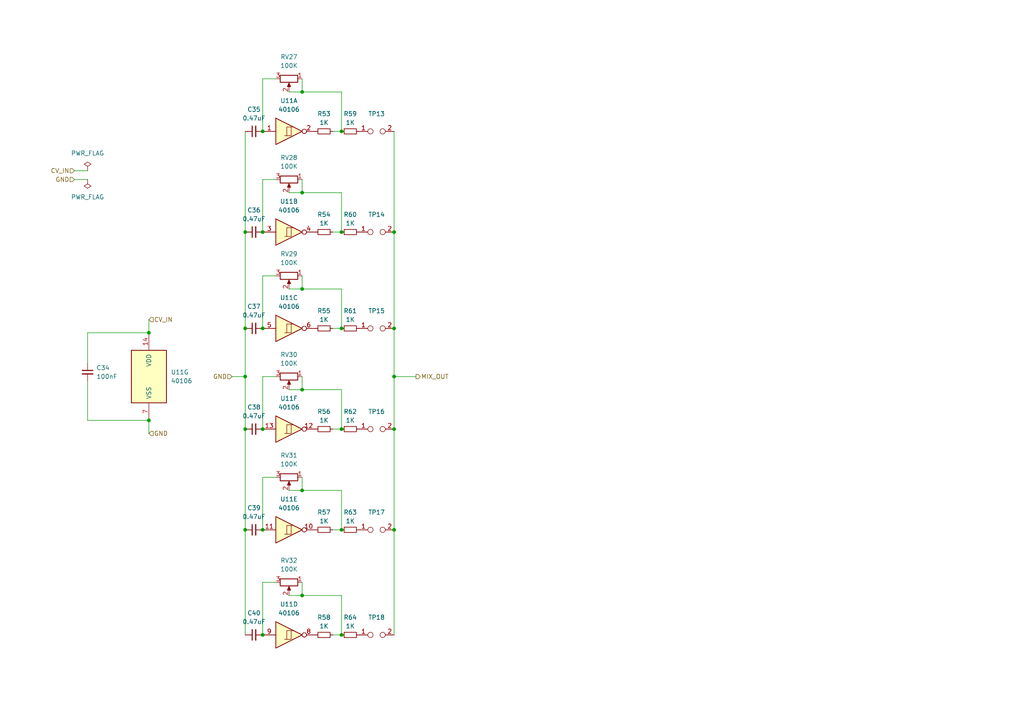
<source format=kicad_sch>
(kicad_sch (version 20231120) (generator "eeschema") (generator_version "8.0")
  (paper "A4")
  (lib_symbols
    (symbol "4xxx:40106" (pin_names (offset 1.016))
      (property "Reference" "U" (at 0 1.27 0))
      (property "Value" "40106" (at 0 -1.27 0))
      (symbol "40106_1_0"
        (polyline (pts (xy -0.635 -1.27) (xy -0.635 1.27) (xy 0.635 1.27)))
        (polyline (pts (xy -3.81 3.81) (xy -3.81 -3.81) (xy 3.81 0) (xy -3.81 3.81)) (stroke (width 0.254)) (fill (type background)))
        (polyline (pts (xy -1.27 -1.27) (xy 0.635 -1.27) (xy 0.635 1.27) (xy 1.27 1.27)))
        (pin input line (at -7.62 0 0) (length 3.81) (name "~") (number "1"))
        (pin output inverted (at 7.62 0 180) (length 3.81) (name "~") (number "2"))
      )
      (symbol "40106_2_0"
        (polyline (pts (xy -0.635 -1.27) (xy -0.635 1.27) (xy 0.635 1.27)))
        (polyline (pts (xy -3.81 3.81) (xy -3.81 -3.81) (xy 3.81 0) (xy -3.81 3.81)) (stroke (width 0.254)) (fill (type background)))
        (polyline (pts (xy -1.27 -1.27) (xy 0.635 -1.27) (xy 0.635 1.27) (xy 1.27 1.27)))
        (pin input line (at -7.62 0 0) (length 3.81) (name "~") (number "3"))
        (pin output inverted (at 7.62 0 180) (length 3.81) (name "~") (number "4"))
      )
      (symbol "40106_3_0"
        (polyline (pts (xy -0.635 -1.27) (xy -0.635 1.27) (xy 0.635 1.27)))
        (polyline (pts (xy -3.81 3.81) (xy -3.81 -3.81) (xy 3.81 0) (xy -3.81 3.81)) (stroke (width 0.254)) (fill (type background)))
        (polyline (pts (xy -1.27 -1.27) (xy 0.635 -1.27) (xy 0.635 1.27) (xy 1.27 1.27)))
        (pin input line (at -7.62 0 0) (length 3.81) (name "~") (number "5"))
        (pin output inverted (at 7.62 0 180) (length 3.81) (name "~") (number "6"))
      )
      (symbol "40106_4_0"
        (polyline (pts (xy -0.635 -1.27) (xy -0.635 1.27) (xy 0.635 1.27)))
        (polyline (pts (xy -3.81 3.81) (xy -3.81 -3.81) (xy 3.81 0) (xy -3.81 3.81)) (stroke (width 0.254)) (fill (type background)))
        (polyline (pts (xy -1.27 -1.27) (xy 0.635 -1.27) (xy 0.635 1.27) (xy 1.27 1.27)))
        (pin output inverted (at 7.62 0 180) (length 3.81) (name "~") (number "8"))
        (pin input line (at -7.62 0 0) (length 3.81) (name "~") (number "9"))
      )
      (symbol "40106_5_0"
        (polyline (pts (xy -0.635 -1.27) (xy -0.635 1.27) (xy 0.635 1.27)))
        (polyline (pts (xy -3.81 3.81) (xy -3.81 -3.81) (xy 3.81 0) (xy -3.81 3.81)) (stroke (width 0.254)) (fill (type background)))
        (polyline (pts (xy -1.27 -1.27) (xy 0.635 -1.27) (xy 0.635 1.27) (xy 1.27 1.27)))
        (pin output inverted (at 7.62 0 180) (length 3.81) (name "~") (number "10"))
        (pin input line (at -7.62 0 0) (length 3.81) (name "~") (number "11"))
      )
      (symbol "40106_6_0"
        (polyline (pts (xy -0.635 -1.27) (xy -0.635 1.27) (xy 0.635 1.27)))
        (polyline (pts (xy -3.81 3.81) (xy -3.81 -3.81) (xy 3.81 0) (xy -3.81 3.81)) (stroke (width 0.254)) (fill (type background)))
        (polyline (pts (xy -1.27 -1.27) (xy 0.635 -1.27) (xy 0.635 1.27) (xy 1.27 1.27)))
        (pin output inverted (at 7.62 0 180) (length 3.81) (name "~") (number "12"))
        (pin input line (at -7.62 0 0) (length 3.81) (name "~") (number "13"))
      )
      (symbol "40106_7_0"
        (pin power_in line (at 0 12.7 270) (length 5.08) (name "VDD") (number "14"))
        (pin power_in line (at 0 -12.7 90) (length 5.08) (name "VSS") (number "7"))
      )
      (symbol "40106_7_1"
        (rectangle (start -5.08 7.62) (end 5.08 -7.62) (stroke (width 0.254)) (fill (type background)))
      )
    )
    (symbol "Connector:TestPoint_2Pole" (pin_names (offset 0.762) hide)
      (property "Reference" "TP" (at 0 1.524 0))
      (property "Value" "TestPoint_2Pole" (at 0 -1.778 0))
      (symbol "TestPoint_2Pole_0_1"
        (circle (center -1.778 0) (radius 0.762))
        (circle (center 1.778 0) (radius 0.762))
        (pin passive line (at -5.08 0 0) (length 2.54) (name "1") (number "1"))
        (pin passive line (at 5.08 0 180) (length 2.54) (name "2") (number "2"))
      )
    )
    (symbol "Device:C_Small" (pin_numbers hide) (pin_names (offset 0.254) hide)
      (property "Reference" "C" (at 0.254 1.778 0))
      (property "Value" "C_Small" (at 0.254 -2.032 0))
      (symbol "C_Small_0_1"
        (polyline (pts (xy -1.524 -0.508) (xy 1.524 -0.508)) (stroke (width 0.3302)))
        (polyline (pts (xy -1.524 0.508) (xy 1.524 0.508)) (stroke (width 0.3048)))
      )
      (symbol "C_Small_1_1"
        (pin passive line (at 0 2.54 270) (length 2.032) (name "~") (number "1"))
        (pin passive line (at 0 -2.54 90) (length 2.032) (name "~") (number "2"))
      )
    )
    (symbol "Device:R_Potentiometer" (pin_names (offset 1.016) hide)
      (property "Reference" "RV" (at -4.445 0 90))
      (property "Value" "R_Potentiometer" (at -2.54 0 90))
      (symbol "R_Potentiometer_0_1"
        (polyline (pts (xy 2.54 0) (xy 1.524 0)))
        (polyline (pts (xy 1.143 0) (xy 2.286 0.508) (xy 2.286 -0.508) (xy 1.143 0)) (fill (type outline)))
        (rectangle (start 1.016 2.54) (end -1.016 -2.54) (stroke (width 0.254)))
      )
      (symbol "R_Potentiometer_1_1"
        (pin passive line (at 0 3.81 270) (length 1.27) (name "1") (number "1"))
        (pin passive line (at 3.81 0 180) (length 1.27) (name "2") (number "2"))
        (pin passive line (at 0 -3.81 90) (length 1.27) (name "3") (number "3"))
      )
    )
    (symbol "Device:R_Small" (pin_numbers hide) (pin_names (offset 0.254) hide)
      (property "Reference" "R" (at 0.762 0.508 0))
      (property "Value" "R_Small" (at 0.762 -1.016 0))
      (symbol "R_Small_0_1"
        (rectangle (start -0.762 1.778) (end 0.762 -1.778) (stroke (width 0.2032)))
      )
      (symbol "R_Small_1_1"
        (pin passive line (at 0 2.54 270) (length 0.762) (name "~") (number "1"))
        (pin passive line (at 0 -2.54 90) (length 0.762) (name "~") (number "2"))
      )
    )
    (symbol "power:PWR_FLAG" (power) (pin_numbers hide) (pin_names (offset 0) hide)
      (property "Value" "PWR_FLAG" (at 0 3.81 0))
      (symbol "PWR_FLAG_0_0"
        (pin power_out line (at 0 0 90) (length 0) (name "~") (number "1"))
      )
      (symbol "PWR_FLAG_0_1"
        (polyline (pts (xy 0 0) (xy 0 1.27) (xy -1.016 1.905) (xy 0 2.54) (xy 1.016 1.905) (xy 0 1.27)))
      )
    )
  )
  (junction (at 99.06 67.31))
  (junction (at 87.63 55.88))
  (junction (at 76.2 153.67))
  (junction (at 43.18 121.92))
  (junction (at 87.63 26.67))
  (junction (at 114.3 67.31))
  (junction (at 114.3 153.67))
  (junction (at 71.12 124.46))
  (junction (at 76.2 95.25))
  (junction (at 76.2 38.1))
  (junction (at 114.3 109.22))
  (junction (at 71.12 153.67))
  (junction (at 76.2 67.31))
  (junction (at 99.06 38.1))
  (junction (at 76.2 124.46))
  (junction (at 71.12 67.31))
  (junction (at 87.63 83.82))
  (junction (at 71.12 95.25))
  (junction (at 114.3 95.25))
  (junction (at 99.06 124.46))
  (junction (at 87.63 172.72))
  (junction (at 114.3 124.46))
  (junction (at 76.2 184.15))
  (junction (at 99.06 95.25))
  (junction (at 87.63 113.03))
  (junction (at 99.06 184.15))
  (junction (at 71.12 109.22))
  (junction (at 43.18 96.52))
  (junction (at 87.63 142.24))
  (junction (at 99.06 153.67))
  (wire (pts (xy 87.63 26.67) (xy 99.06 26.67)))
  (wire (pts (xy 80.01 80.01) (xy 76.2 80.01)))
  (wire (pts (xy 71.12 67.31) (xy 71.12 95.25)))
  (wire (pts (xy 80.01 168.91) (xy 76.2 168.91)))
  (wire (pts (xy 80.01 22.86) (xy 76.2 22.86)))
  (wire (pts (xy 96.52 95.25) (xy 99.06 95.25)))
  (wire (pts (xy 87.63 55.88) (xy 99.06 55.88)))
  (wire (pts (xy 96.52 38.1) (xy 99.06 38.1)))
  (wire (pts (xy 25.4 121.92) (xy 43.18 121.92)))
  (wire (pts (xy 96.52 124.46) (xy 99.06 124.46)))
  (wire (pts (xy 87.63 138.43) (xy 87.63 142.24)))
  (wire (pts (xy 71.12 38.1) (xy 71.12 67.31)))
  (wire (pts (xy 96.52 153.67) (xy 99.06 153.67)))
  (wire (pts (xy 99.06 55.88) (xy 99.06 67.31)))
  (wire (pts (xy 87.63 142.24) (xy 99.06 142.24)))
  (wire (pts (xy 71.12 153.67) (xy 71.12 184.15)))
  (wire (pts (xy 76.2 168.91) (xy 76.2 184.15)))
  (wire (pts (xy 80.01 109.22) (xy 76.2 109.22)))
  (wire (pts (xy 43.18 96.52) (xy 25.4 96.52)))
  (wire (pts (xy 114.3 67.31) (xy 114.3 95.25)))
  (wire (pts (xy 83.82 55.88) (xy 87.63 55.88)))
  (wire (pts (xy 87.63 172.72) (xy 99.06 172.72)))
  (wire (pts (xy 114.3 124.46) (xy 114.3 153.67)))
  (wire (pts (xy 43.18 92.71) (xy 43.18 96.52)))
  (wire (pts (xy 76.2 22.86) (xy 76.2 38.1)))
  (wire (pts (xy 99.06 83.82) (xy 99.06 95.25)))
  (wire (pts (xy 67.31 109.22) (xy 71.12 109.22)))
  (wire (pts (xy 114.3 95.25) (xy 114.3 109.22)))
  (wire (pts (xy 80.01 138.43) (xy 76.2 138.43)))
  (wire (pts (xy 25.4 96.52) (xy 25.4 105.41)))
  (wire (pts (xy 87.63 109.22) (xy 87.63 113.03)))
  (wire (pts (xy 99.06 113.03) (xy 99.06 124.46)))
  (wire (pts (xy 99.06 38.1) (xy 99.06 26.67)))
  (wire (pts (xy 96.52 67.31) (xy 99.06 67.31)))
  (wire (pts (xy 43.18 121.92) (xy 43.18 125.73)))
  (wire (pts (xy 96.52 184.15) (xy 99.06 184.15)))
  (wire (pts (xy 83.82 83.82) (xy 87.63 83.82)))
  (wire (pts (xy 71.12 109.22) (xy 71.12 124.46)))
  (wire (pts (xy 76.2 52.07) (xy 76.2 67.31)))
  (wire (pts (xy 87.63 168.91) (xy 87.63 172.72)))
  (wire (pts (xy 83.82 142.24) (xy 87.63 142.24)))
  (wire (pts (xy 99.06 142.24) (xy 99.06 153.67)))
  (wire (pts (xy 87.63 80.01) (xy 87.63 83.82)))
  (wire (pts (xy 76.2 109.22) (xy 76.2 124.46)))
  (wire (pts (xy 83.82 113.03) (xy 87.63 113.03)))
  (wire (pts (xy 25.4 110.49) (xy 25.4 121.92)))
  (wire (pts (xy 87.63 113.03) (xy 99.06 113.03)))
  (wire (pts (xy 114.3 109.22) (xy 114.3 124.46)))
  (wire (pts (xy 76.2 138.43) (xy 76.2 153.67)))
  (wire (pts (xy 114.3 153.67) (xy 114.3 184.15)))
  (wire (pts (xy 71.12 95.25) (xy 71.12 109.22)))
  (wire (pts (xy 83.82 26.67) (xy 87.63 26.67)))
  (wire (pts (xy 76.2 80.01) (xy 76.2 95.25)))
  (wire (pts (xy 87.63 22.86) (xy 87.63 26.67)))
  (wire (pts (xy 80.01 52.07) (xy 76.2 52.07)))
  (wire (pts (xy 99.06 172.72) (xy 99.06 184.15)))
  (wire (pts (xy 83.82 172.72) (xy 87.63 172.72)))
  (wire (pts (xy 21.59 52.07) (xy 25.4 52.07)))
  (wire (pts (xy 114.3 38.1) (xy 114.3 67.31)))
  (wire (pts (xy 87.63 52.07) (xy 87.63 55.88)))
  (wire (pts (xy 114.3 109.22) (xy 120.65 109.22)))
  (wire (pts (xy 21.59 49.53) (xy 25.4 49.53)))
  (wire (pts (xy 87.63 83.82) (xy 99.06 83.82)))
  (wire (pts (xy 71.12 124.46) (xy 71.12 153.67)))
  (hierarchical_label "CV_IN" (shape input) (at 21.59 49.53 180))
  (hierarchical_label "GND" (shape input) (at 21.59 52.07 180))
  (hierarchical_label "GND" (shape input) (at 43.18 125.73 0))
  (hierarchical_label "MIX_OUT" (shape output) (at 120.65 109.22 0))
  (hierarchical_label "GND" (shape input) (at 67.31 109.22 180))
  (hierarchical_label "CV_IN" (shape input) (at 43.18 92.71 0))
  (symbol (lib_id "Connector:TestPoint_2Pole") (at 109.22 95.25 0) (unit 1)
    (property "Reference" "TP15" (at 109.22 90.17 0))
    (property "Value" "key1" (effects (hide yes)))
    (property "Footprint" "TouchPad_Surface:TouchPad_2Pole_Square_15x15mm" (effects (hide yes)))
    (property "Description" "2-polar test point" (effects (hide yes)))
    (instances (project "miniorgan" (path "" (reference "TP15") (unit 1)) (path "" (reference "TP3") (unit 1)) (path "" (reference "TP21") (unit 1)) (path "" (reference "TP9") (unit 1))))
  )
  (symbol (lib_id "Device:R_Small") (at 101.6 184.15 90) (unit 1)
    (property "Reference" "R64" (at 101.6 179.07 90))
    (property "Value" "1K" (at 101.6 181.61 90))
    (property "Footprint" "Resistor_SMD:R_0603_1608Metric" (effects (hide yes)))
    (property "Description" "Resistor, small symbol" (effects (hide yes)))
    (instances (project "miniorgan" (path "" (reference "R64") (unit 1)) (path "" (reference "R12") (unit 1)) (path "" (reference "R76") (unit 1)) (path "" (reference "R52") (unit 1))))
  )
  (symbol (lib_id "4xxx:40106") (at 83.82 153.67 0) (unit 5)
    (property "Reference" "U11" (at 83.82 144.78 0))
    (property "Value" "40106" (at 83.82 147.32 0))
    (property "Footprint" "easyeda2kicad:SOIC-14_L8.7-W3.9-P1.27-LS6.0-BL" (effects (hide yes)))
    (property "Datasheet" "https://assets.nexperia.com/documents/data-sheet/HEF40106B.pdf" (effects (hide yes)))
    (property "Description" "Hex Schmitt trigger inverter" (effects (hide yes)))
    (instances (project "miniorgan" (path "" (reference "U11") (unit 5)) (path "" (reference "U1") (unit 5)) (path "" (reference "U12") (unit 5)) (path "" (reference "U3") (unit 5))))
  )
  (symbol (lib_id "Device:C_Small") (at 73.66 184.15 90) (unit 1)
    (property "Reference" "C40" (at 73.6663 177.8 90))
    (property "Value" "0.47uF" (at 73.6663 180.34 90))
    (property "Footprint" "Capacitor_SMD:C_0805_2012Metric" (effects (hide yes)))
    (property "Description" "Unpolarized capacitor, small symbol" (effects (hide yes)))
    (instances (project "miniorgan" (path "" (reference "C40") (unit 1)) (path "" (reference "C26") (unit 1)) (path "" (reference "C48") (unit 1)) (path "" (reference "C33") (unit 1))))
  )
  (symbol (lib_id "Connector:TestPoint_2Pole") (at 109.22 153.67 0) (unit 1)
    (property "Reference" "TP17" (at 109.22 148.59 0))
    (property "Value" "key1" (effects (hide yes)))
    (property "Footprint" "TouchPad_Surface:TouchPad_2Pole_Square_15x15mm" (effects (hide yes)))
    (property "Description" "2-polar test point" (effects (hide yes)))
    (instances (project "miniorgan" (path "" (reference "TP17") (unit 1)) (path "" (reference "TP5") (unit 1)) (path "" (reference "TP23") (unit 1)) (path "" (reference "TP11") (unit 1))))
  )
  (symbol (lib_id "Device:R_Small") (at 93.98 38.1 90) (unit 1)
    (property "Reference" "R53" (at 93.98 33.02 90))
    (property "Value" "1K" (at 93.98 35.56 90))
    (property "Footprint" "Resistor_SMD:R_0603_1608Metric" (effects (hide yes)))
    (property "Description" "Resistor, small symbol" (effects (hide yes)))
    (instances (project "miniorgan" (path "" (reference "R53") (unit 1)) (path "" (reference "R1") (unit 1)) (path "" (reference "R65") (unit 1)) (path "" (reference "R41") (unit 1))))
  )
  (symbol (lib_id "Device:R_Potentiometer") (at 83.82 109.22 270) (unit 1)
    (property "Reference" "RV30" (at 83.82 102.87 90))
    (property "Value" "100K" (at 83.82 105.41 90))
    (property "Footprint" "Potentiometer_THT:Potentiometer_Bourns_3296W_Vertical" (effects (hide yes)))
    (property "Description" "Potentiometer" (effects (hide yes)))
    (property "JLC" " C118963" (effects (hide yes)))
    (instances (project "miniorgan" (path "" (reference "RV30") (unit 1)) (path "" (reference "RV4") (unit 1)) (path "" (reference "RV36") (unit 1)) (path "" (reference "RV24") (unit 1))))
  )
  (symbol (lib_id "power:PWR_FLAG") (at 25.4 52.07 180) (unit 1)
    (property "Reference" "#FLG011" (effects (hide yes)))
    (property "Value" "PWR_FLAG" (at 25.4 57.15 0))
    (property "Description" "Special symbol for telling ERC where power comes from" (effects (hide yes)))
    (instances (project "miniorgan" (path "" (reference "#FLG011") (unit 1)) (path "" (reference "#FLG07") (unit 1)) (path "" (reference "#FLG013") (unit 1)) (path "" (reference "#FLG09") (unit 1))))
  )
  (symbol (lib_id "Device:C_Small") (at 73.66 38.1 90) (unit 1)
    (property "Reference" "C35" (at 73.6663 31.75 90))
    (property "Value" "0.47uF" (at 73.6663 34.29 90))
    (property "Footprint" "Capacitor_SMD:C_0805_2012Metric" (effects (hide yes)))
    (property "Description" "Unpolarized capacitor, small symbol" (effects (hide yes)))
    (instances (project "miniorgan" (path "" (reference "C35") (unit 1)) (path "" (reference "C2") (unit 1)) (path "" (reference "C42") (unit 1)) (path "" (reference "C28") (unit 1))))
  )
  (symbol (lib_id "Device:R_Small") (at 93.98 95.25 90) (unit 1)
    (property "Reference" "R55" (at 93.98 90.17 90))
    (property "Value" "1K" (at 93.98 92.71 90))
    (property "Footprint" "Resistor_SMD:R_0603_1608Metric" (effects (hide yes)))
    (property "Description" "Resistor, small symbol" (effects (hide yes)))
    (instances (project "miniorgan" (path "" (reference "R55") (unit 1)) (path "" (reference "R3") (unit 1)) (path "" (reference "R67") (unit 1)) (path "" (reference "R43") (unit 1))))
  )
  (symbol (lib_id "Connector:TestPoint_2Pole") (at 109.22 124.46 0) (unit 1)
    (property "Reference" "TP16" (at 109.22 119.38 0))
    (property "Value" "key1" (effects (hide yes)))
    (property "Footprint" "TouchPad_Surface:TouchPad_2Pole_Square_15x15mm" (effects (hide yes)))
    (property "Description" "2-polar test point" (effects (hide yes)))
    (instances (project "miniorgan" (path "" (reference "TP16") (unit 1)) (path "" (reference "TP4") (unit 1)) (path "" (reference "TP22") (unit 1)) (path "" (reference "TP10") (unit 1))))
  )
  (symbol (lib_id "4xxx:40106") (at 83.82 184.15 0) (unit 4)
    (property "Reference" "U11" (at 83.82 175.26 0))
    (property "Value" "40106" (at 83.82 177.8 0))
    (property "Footprint" "easyeda2kicad:SOIC-14_L8.7-W3.9-P1.27-LS6.0-BL" (effects (hide yes)))
    (property "Datasheet" "https://assets.nexperia.com/documents/data-sheet/HEF40106B.pdf" (effects (hide yes)))
    (property "Description" "Hex Schmitt trigger inverter" (effects (hide yes)))
    (instances (project "miniorgan" (path "" (reference "U11") (unit 4)) (path "" (reference "U1") (unit 4)) (path "" (reference "U12") (unit 4)) (path "" (reference "U3") (unit 4))))
  )
  (symbol (lib_id "4xxx:40106") (at 43.18 109.22 0) (unit 7)
    (property "Reference" "U11" (at 49.53 107.9499 0) (effects (justify left)))
    (property "Value" "40106" (at 49.53 110.4899 0) (effects (justify left)))
    (property "Footprint" "easyeda2kicad:SOIC-14_L8.7-W3.9-P1.27-LS6.0-BL" (effects (hide yes)))
    (property "Datasheet" "https://assets.nexperia.com/documents/data-sheet/HEF40106B.pdf" (effects (hide yes)))
    (property "Description" "Hex Schmitt trigger inverter" (effects (hide yes)))
    (instances (project "miniorgan" (path "" (reference "U11") (unit 7)) (path "" (reference "U1") (unit 7)) (path "" (reference "U12") (unit 7)) (path "" (reference "U3") (unit 7))))
  )
  (symbol (lib_id "Device:R_Potentiometer") (at 83.82 138.43 270) (unit 1)
    (property "Reference" "RV31" (at 83.82 132.08 90))
    (property "Value" "100K" (at 83.82 134.62 90))
    (property "Footprint" "Potentiometer_THT:Potentiometer_Bourns_3296W_Vertical" (effects (hide yes)))
    (property "Description" "Potentiometer" (effects (hide yes)))
    (property "JLC" " C118963" (effects (hide yes)))
    (instances (project "miniorgan" (path "" (reference "RV31") (unit 1)) (path "" (reference "RV5") (unit 1)) (path "" (reference "RV37") (unit 1)) (path "" (reference "RV25") (unit 1))))
  )
  (symbol (lib_id "4xxx:40106") (at 83.82 38.1 0) (unit 1)
    (property "Reference" "U11" (at 83.82 29.21 0))
    (property "Value" "40106" (at 83.82 31.75 0))
    (property "Footprint" "easyeda2kicad:SOIC-14_L8.7-W3.9-P1.27-LS6.0-BL" (effects (hide yes)))
    (property "Datasheet" "https://assets.nexperia.com/documents/data-sheet/HEF40106B.pdf" (effects (hide yes)))
    (property "Description" "Hex Schmitt trigger inverter" (effects (hide yes)))
    (instances (project "miniorgan" (path "" (reference "U11") (unit 1)) (path "" (reference "U1") (unit 1)) (path "" (reference "U12") (unit 1)) (path "" (reference "U3") (unit 1))))
  )
  (symbol (lib_id "Device:R_Potentiometer") (at 83.82 168.91 270) (unit 1)
    (property "Reference" "RV32" (at 83.82 162.56 90))
    (property "Value" "100K" (at 83.82 165.1 90))
    (property "Footprint" "Potentiometer_THT:Potentiometer_Bourns_3296W_Vertical" (effects (hide yes)))
    (property "Description" "Potentiometer" (effects (hide yes)))
    (property "JLC" " C118963" (effects (hide yes)))
    (instances (project "miniorgan" (path "" (reference "RV32") (unit 1)) (path "" (reference "RV6") (unit 1)) (path "" (reference "RV38") (unit 1)) (path "" (reference "RV26") (unit 1))))
  )
  (symbol (lib_id "Device:C_Small") (at 25.4 107.95 0) (unit 1)
    (property "Reference" "C34" (at 27.94 106.6862 0) (effects (justify left)))
    (property "Value" "100nF" (at 27.94 109.2262 0) (effects (justify left)))
    (property "Footprint" "Capacitor_SMD:C_0805_2012Metric" (effects (hide yes)))
    (property "Description" "Unpolarized capacitor, small symbol" (effects (hide yes)))
    (instances (project "miniorgan" (path "" (reference "C34") (unit 1)) (path "" (reference "C1") (unit 1)) (path "" (reference "C41") (unit 1)) (path "" (reference "C27") (unit 1))))
  )
  (symbol (lib_id "Device:R_Small") (at 93.98 153.67 90) (unit 1)
    (property "Reference" "R57" (at 93.98 148.59 90))
    (property "Value" "1K" (at 93.98 151.13 90))
    (property "Footprint" "Resistor_SMD:R_0603_1608Metric" (effects (hide yes)))
    (property "Description" "Resistor, small symbol" (effects (hide yes)))
    (instances (project "miniorgan" (path "" (reference "R57") (unit 1)) (path "" (reference "R5") (unit 1)) (path "" (reference "R69") (unit 1)) (path "" (reference "R45") (unit 1))))
  )
  (symbol (lib_id "Device:R_Potentiometer") (at 83.82 22.86 270) (unit 1)
    (property "Reference" "RV27" (at 83.82 16.51 90))
    (property "Value" "100K" (at 83.82 19.05 90))
    (property "Footprint" "Potentiometer_THT:Potentiometer_Bourns_3296W_Vertical" (effects (hide yes)))
    (property "Description" "Potentiometer" (effects (hide yes)))
    (property "JLC" " C118963" (effects (hide yes)))
    (instances (project "miniorgan" (path "" (reference "RV27") (unit 1)) (path "" (reference "RV1") (unit 1)) (path "" (reference "RV33") (unit 1)) (path "" (reference "RV21") (unit 1))))
  )
  (symbol (lib_id "power:PWR_FLAG") (at 25.4 49.53 0) (unit 1)
    (property "Reference" "#FLG010" (effects (hide yes)))
    (property "Value" "PWR_FLAG" (at 25.4 44.45 0))
    (property "Description" "Special symbol for telling ERC where power comes from" (effects (hide yes)))
    (instances (project "miniorgan" (path "" (reference "#FLG010") (unit 1)) (path "" (reference "#FLG06") (unit 1)) (path "" (reference "#FLG012") (unit 1)) (path "" (reference "#FLG08") (unit 1))))
  )
  (symbol (lib_id "4xxx:40106") (at 83.82 95.25 0) (unit 3)
    (property "Reference" "U11" (at 83.82 86.36 0))
    (property "Value" "40106" (at 83.82 88.9 0))
    (property "Footprint" "easyeda2kicad:SOIC-14_L8.7-W3.9-P1.27-LS6.0-BL" (effects (hide yes)))
    (property "Datasheet" "https://assets.nexperia.com/documents/data-sheet/HEF40106B.pdf" (effects (hide yes)))
    (property "Description" "Hex Schmitt trigger inverter" (effects (hide yes)))
    (instances (project "miniorgan" (path "" (reference "U11") (unit 3)) (path "" (reference "U1") (unit 3)) (path "" (reference "U12") (unit 3)) (path "" (reference "U3") (unit 3))))
  )
  (symbol (lib_id "Device:R_Small") (at 93.98 67.31 90) (unit 1)
    (property "Reference" "R54" (at 93.98 62.23 90))
    (property "Value" "1K" (at 93.98 64.77 90))
    (property "Footprint" "Resistor_SMD:R_0603_1608Metric" (effects (hide yes)))
    (property "Description" "Resistor, small symbol" (effects (hide yes)))
    (instances (project "miniorgan" (path "" (reference "R54") (unit 1)) (path "" (reference "R2") (unit 1)) (path "" (reference "R66") (unit 1)) (path "" (reference "R42") (unit 1))))
  )
  (symbol (lib_id "Device:R_Small") (at 93.98 124.46 90) (unit 1)
    (property "Reference" "R56" (at 93.98 119.38 90))
    (property "Value" "1K" (at 93.98 121.92 90))
    (property "Footprint" "Resistor_SMD:R_0603_1608Metric" (effects (hide yes)))
    (property "Description" "Resistor, small symbol" (effects (hide yes)))
    (instances (project "miniorgan" (path "" (reference "R56") (unit 1)) (path "" (reference "R4") (unit 1)) (path "" (reference "R68") (unit 1)) (path "" (reference "R44") (unit 1))))
  )
  (symbol (lib_id "Device:R_Small") (at 101.6 38.1 90) (unit 1)
    (property "Reference" "R59" (at 101.6 33.02 90))
    (property "Value" "1K" (at 101.6 35.56 90))
    (property "Footprint" "Resistor_SMD:R_0603_1608Metric" (effects (hide yes)))
    (property "Description" "Resistor, small symbol" (effects (hide yes)))
    (instances (project "miniorgan" (path "" (reference "R59") (unit 1)) (path "" (reference "R7") (unit 1)) (path "" (reference "R71") (unit 1)) (path "" (reference "R47") (unit 1))))
  )
  (symbol (lib_id "4xxx:40106") (at 83.82 67.31 0) (unit 2)
    (property "Reference" "U11" (at 83.82 58.42 0))
    (property "Value" "40106" (at 83.82 60.96 0))
    (property "Footprint" "easyeda2kicad:SOIC-14_L8.7-W3.9-P1.27-LS6.0-BL" (effects (hide yes)))
    (property "Datasheet" "https://assets.nexperia.com/documents/data-sheet/HEF40106B.pdf" (effects (hide yes)))
    (property "Description" "Hex Schmitt trigger inverter" (effects (hide yes)))
    (instances (project "miniorgan" (path "" (reference "U11") (unit 2)) (path "" (reference "U1") (unit 2)) (path "" (reference "U12") (unit 2)) (path "" (reference "U3") (unit 2))))
  )
  (symbol (lib_id "Device:C_Small") (at 73.66 124.46 90) (unit 1)
    (property "Reference" "C38" (at 73.6663 118.11 90))
    (property "Value" "0.47uF" (at 73.6663 120.65 90))
    (property "Footprint" "Capacitor_SMD:C_0805_2012Metric" (effects (hide yes)))
    (property "Description" "Unpolarized capacitor, small symbol" (effects (hide yes)))
    (instances (project "miniorgan" (path "" (reference "C38") (unit 1)) (path "" (reference "C5") (unit 1)) (path "" (reference "C46") (unit 1)) (path "" (reference "C31") (unit 1))))
  )
  (symbol (lib_id "Device:R_Small") (at 101.6 153.67 90) (unit 1)
    (property "Reference" "R63" (at 101.6 148.59 90))
    (property "Value" "1K" (at 101.6 151.13 90))
    (property "Footprint" "Resistor_SMD:R_0603_1608Metric" (effects (hide yes)))
    (property "Description" "Resistor, small symbol" (effects (hide yes)))
    (instances (project "miniorgan" (path "" (reference "R63") (unit 1)) (path "" (reference "R11") (unit 1)) (path "" (reference "R75") (unit 1)) (path "" (reference "R51") (unit 1))))
  )
  (symbol (lib_id "Connector:TestPoint_2Pole") (at 109.22 38.1 0) (unit 1)
    (property "Reference" "TP13" (at 109.22 33.02 0))
    (property "Value" "key1" (effects (hide yes)))
    (property "Footprint" "TouchPad_Surface:TouchPad_2Pole_Square_15x15mm" (effects (hide yes)))
    (property "Description" "2-polar test point" (effects (hide yes)))
    (instances (project "miniorgan" (path "" (reference "TP13") (unit 1)) (path "" (reference "TP1") (unit 1)) (path "" (reference "TP19") (unit 1)) (path "" (reference "TP7") (unit 1))))
  )
  (symbol (lib_id "Device:C_Small") (at 73.66 67.31 90) (unit 1)
    (property "Reference" "C36" (at 73.6663 60.96 90))
    (property "Value" "0.47uF" (at 73.6663 63.5 90))
    (property "Footprint" "Capacitor_SMD:C_0805_2012Metric" (effects (hide yes)))
    (property "Description" "Unpolarized capacitor, small symbol" (effects (hide yes)))
    (instances (project "miniorgan" (path "" (reference "C36") (unit 1)) (path "" (reference "C3") (unit 1)) (path "" (reference "C43") (unit 1)) (path "" (reference "C29") (unit 1))))
  )
  (symbol (lib_id "4xxx:40106") (at 83.82 124.46 0) (unit 6)
    (property "Reference" "U11" (at 83.82 115.57 0))
    (property "Value" "40106" (at 83.82 118.11 0))
    (property "Footprint" "easyeda2kicad:SOIC-14_L8.7-W3.9-P1.27-LS6.0-BL" (effects (hide yes)))
    (property "Datasheet" "https://assets.nexperia.com/documents/data-sheet/HEF40106B.pdf" (effects (hide yes)))
    (property "Description" "Hex Schmitt trigger inverter" (effects (hide yes)))
    (instances (project "miniorgan" (path "" (reference "U11") (unit 6)) (path "" (reference "U1") (unit 6)) (path "" (reference "U12") (unit 6)) (path "" (reference "U3") (unit 6))))
  )
  (symbol (lib_id "Device:R_Small") (at 93.98 184.15 90) (unit 1)
    (property "Reference" "R58" (at 93.98 179.07 90))
    (property "Value" "1K" (at 93.98 181.61 90))
    (property "Footprint" "Resistor_SMD:R_0603_1608Metric" (effects (hide yes)))
    (property "Description" "Resistor, small symbol" (effects (hide yes)))
    (instances (project "miniorgan" (path "" (reference "R58") (unit 1)) (path "" (reference "R6") (unit 1)) (path "" (reference "R70") (unit 1)) (path "" (reference "R46") (unit 1))))
  )
  (symbol (lib_id "Connector:TestPoint_2Pole") (at 109.22 67.31 0) (unit 1)
    (property "Reference" "TP14" (at 109.22 62.23 0))
    (property "Value" "key1" (effects (hide yes)))
    (property "Footprint" "TouchPad_Surface:TouchPad_2Pole_Square_15x15mm" (effects (hide yes)))
    (property "Description" "2-polar test point" (effects (hide yes)))
    (instances (project "miniorgan" (path "" (reference "TP14") (unit 1)) (path "" (reference "TP2") (unit 1)) (path "" (reference "TP20") (unit 1)) (path "" (reference "TP8") (unit 1))))
  )
  (symbol (lib_id "Device:C_Small") (at 73.66 153.67 90) (unit 1)
    (property "Reference" "C39" (at 73.6663 147.32 90))
    (property "Value" "0.47uF" (at 73.6663 149.86 90))
    (property "Footprint" "Capacitor_SMD:C_0805_2012Metric" (effects (hide yes)))
    (property "Description" "Unpolarized capacitor, small symbol" (effects (hide yes)))
    (instances (project "miniorgan" (path "" (reference "C39") (unit 1)) (path "" (reference "C6") (unit 1)) (path "" (reference "C47") (unit 1)) (path "" (reference "C32") (unit 1))))
  )
  (symbol (lib_id "Device:R_Small") (at 101.6 67.31 90) (unit 1)
    (property "Reference" "R60" (at 101.6 62.23 90))
    (property "Value" "1K" (at 101.6 64.77 90))
    (property "Footprint" "Resistor_SMD:R_0603_1608Metric" (effects (hide yes)))
    (property "Description" "Resistor, small symbol" (effects (hide yes)))
    (instances (project "miniorgan" (path "" (reference "R60") (unit 1)) (path "" (reference "R8") (unit 1)) (path "" (reference "R72") (unit 1)) (path "" (reference "R48") (unit 1))))
  )
  (symbol (lib_id "Device:R_Potentiometer") (at 83.82 52.07 270) (unit 1)
    (property "Reference" "RV28" (at 83.82 45.72 90))
    (property "Value" "100K" (at 83.82 48.26 90))
    (property "Footprint" "Potentiometer_THT:Potentiometer_Bourns_3296W_Vertical" (effects (hide yes)))
    (property "Description" "Potentiometer" (effects (hide yes)))
    (property "JLC" " C118963" (effects (hide yes)))
    (instances (project "miniorgan" (path "" (reference "RV28") (unit 1)) (path "" (reference "RV2") (unit 1)) (path "" (reference "RV34") (unit 1)) (path "" (reference "RV22") (unit 1))))
  )
  (symbol (lib_id "Device:R_Potentiometer") (at 83.82 80.01 270) (unit 1)
    (property "Reference" "RV29" (at 83.82 73.66 90))
    (property "Value" "100K" (at 83.82 76.2 90))
    (property "Footprint" "Potentiometer_THT:Potentiometer_Bourns_3296W_Vertical" (effects (hide yes)))
    (property "Description" "Potentiometer" (effects (hide yes)))
    (property "JLC" " C118963" (effects (hide yes)))
    (instances (project "miniorgan" (path "" (reference "RV29") (unit 1)) (path "" (reference "RV3") (unit 1)) (path "" (reference "RV35") (unit 1)) (path "" (reference "RV23") (unit 1))))
  )
  (symbol (lib_id "Device:C_Small") (at 73.66 95.25 90) (unit 1)
    (property "Reference" "C37" (at 73.6663 88.9 90))
    (property "Value" "0.47uF" (at 73.6663 91.44 90))
    (property "Footprint" "Capacitor_SMD:C_0805_2012Metric" (effects (hide yes)))
    (property "Description" "Unpolarized capacitor, small symbol" (effects (hide yes)))
    (instances (project "miniorgan" (path "" (reference "C37") (unit 1)) (path "" (reference "C4") (unit 1)) (path "" (reference "C44") (unit 1)) (path "" (reference "C30") (unit 1))))
  )
  (symbol (lib_id "Connector:TestPoint_2Pole") (at 109.22 184.15 0) (unit 1)
    (property "Reference" "TP18" (at 109.22 179.07 0))
    (property "Value" "key1" (effects (hide yes)))
    (property "Footprint" "TouchPad_Surface:TouchPad_2Pole_Square_15x15mm" (effects (hide yes)))
    (property "Description" "2-polar test point" (effects (hide yes)))
    (instances (project "miniorgan" (path "" (reference "TP18") (unit 1)) (path "" (reference "TP6") (unit 1)) (path "" (reference "TP24") (unit 1)) (path "" (reference "TP12") (unit 1))))
  )
  (symbol (lib_id "Device:R_Small") (at 101.6 124.46 90) (unit 1)
    (property "Reference" "R62" (at 101.6 119.38 90))
    (property "Value" "1K" (at 101.6 121.92 90))
    (property "Footprint" "Resistor_SMD:R_0603_1608Metric" (effects (hide yes)))
    (property "Description" "Resistor, small symbol" (effects (hide yes)))
    (instances (project "miniorgan" (path "" (reference "R62") (unit 1)) (path "" (reference "R10") (unit 1)) (path "" (reference "R74") (unit 1)) (path "" (reference "R50") (unit 1))))
  )
  (symbol (lib_id "Device:R_Small") (at 101.6 95.25 90) (unit 1)
    (property "Reference" "R61" (at 101.6 90.17 90))
    (property "Value" "1K" (at 101.6 92.71 90))
    (property "Footprint" "Resistor_SMD:R_0603_1608Metric" (effects (hide yes)))
    (property "Description" "Resistor, small symbol" (effects (hide yes)))
    (instances (project "miniorgan" (path "" (reference "R61") (unit 1)) (path "" (reference "R9") (unit 1)) (path "" (reference "R73") (unit 1)) (path "" (reference "R49") (unit 1))))
  )
)
</source>
